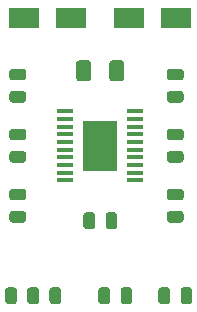
<source format=gbr>
G04 #@! TF.GenerationSoftware,KiCad,Pcbnew,(5.1.5)-3*
G04 #@! TF.CreationDate,2020-05-07T11:50:38+02:00*
G04 #@! TF.ProjectId,TPS16630_eFuse,54505331-3636-4333-905f-65467573652e,rev?*
G04 #@! TF.SameCoordinates,Original*
G04 #@! TF.FileFunction,Paste,Top*
G04 #@! TF.FilePolarity,Positive*
%FSLAX46Y46*%
G04 Gerber Fmt 4.6, Leading zero omitted, Abs format (unit mm)*
G04 Created by KiCad (PCBNEW (5.1.5)-3) date 2020-05-07 11:50:38*
%MOMM*%
%LPD*%
G04 APERTURE LIST*
%ADD10C,0.100000*%
%ADD11R,1.450000X0.450000*%
%ADD12R,3.000000X4.200000*%
%ADD13R,1.200000X1.140000*%
%ADD14R,2.500000X1.800000*%
G04 APERTURE END LIST*
D10*
G36*
X62830142Y-141541174D02*
G01*
X62853803Y-141544684D01*
X62877007Y-141550496D01*
X62899529Y-141558554D01*
X62921153Y-141568782D01*
X62941670Y-141581079D01*
X62960883Y-141595329D01*
X62978607Y-141611393D01*
X62994671Y-141629117D01*
X63008921Y-141648330D01*
X63021218Y-141668847D01*
X63031446Y-141690471D01*
X63039504Y-141712993D01*
X63045316Y-141736197D01*
X63048826Y-141759858D01*
X63050000Y-141783750D01*
X63050000Y-142696250D01*
X63048826Y-142720142D01*
X63045316Y-142743803D01*
X63039504Y-142767007D01*
X63031446Y-142789529D01*
X63021218Y-142811153D01*
X63008921Y-142831670D01*
X62994671Y-142850883D01*
X62978607Y-142868607D01*
X62960883Y-142884671D01*
X62941670Y-142898921D01*
X62921153Y-142911218D01*
X62899529Y-142921446D01*
X62877007Y-142929504D01*
X62853803Y-142935316D01*
X62830142Y-142938826D01*
X62806250Y-142940000D01*
X62318750Y-142940000D01*
X62294858Y-142938826D01*
X62271197Y-142935316D01*
X62247993Y-142929504D01*
X62225471Y-142921446D01*
X62203847Y-142911218D01*
X62183330Y-142898921D01*
X62164117Y-142884671D01*
X62146393Y-142868607D01*
X62130329Y-142850883D01*
X62116079Y-142831670D01*
X62103782Y-142811153D01*
X62093554Y-142789529D01*
X62085496Y-142767007D01*
X62079684Y-142743803D01*
X62076174Y-142720142D01*
X62075000Y-142696250D01*
X62075000Y-141783750D01*
X62076174Y-141759858D01*
X62079684Y-141736197D01*
X62085496Y-141712993D01*
X62093554Y-141690471D01*
X62103782Y-141668847D01*
X62116079Y-141648330D01*
X62130329Y-141629117D01*
X62146393Y-141611393D01*
X62164117Y-141595329D01*
X62183330Y-141581079D01*
X62203847Y-141568782D01*
X62225471Y-141558554D01*
X62247993Y-141550496D01*
X62271197Y-141544684D01*
X62294858Y-141541174D01*
X62318750Y-141540000D01*
X62806250Y-141540000D01*
X62830142Y-141541174D01*
G37*
G36*
X64705142Y-141541174D02*
G01*
X64728803Y-141544684D01*
X64752007Y-141550496D01*
X64774529Y-141558554D01*
X64796153Y-141568782D01*
X64816670Y-141581079D01*
X64835883Y-141595329D01*
X64853607Y-141611393D01*
X64869671Y-141629117D01*
X64883921Y-141648330D01*
X64896218Y-141668847D01*
X64906446Y-141690471D01*
X64914504Y-141712993D01*
X64920316Y-141736197D01*
X64923826Y-141759858D01*
X64925000Y-141783750D01*
X64925000Y-142696250D01*
X64923826Y-142720142D01*
X64920316Y-142743803D01*
X64914504Y-142767007D01*
X64906446Y-142789529D01*
X64896218Y-142811153D01*
X64883921Y-142831670D01*
X64869671Y-142850883D01*
X64853607Y-142868607D01*
X64835883Y-142884671D01*
X64816670Y-142898921D01*
X64796153Y-142911218D01*
X64774529Y-142921446D01*
X64752007Y-142929504D01*
X64728803Y-142935316D01*
X64705142Y-142938826D01*
X64681250Y-142940000D01*
X64193750Y-142940000D01*
X64169858Y-142938826D01*
X64146197Y-142935316D01*
X64122993Y-142929504D01*
X64100471Y-142921446D01*
X64078847Y-142911218D01*
X64058330Y-142898921D01*
X64039117Y-142884671D01*
X64021393Y-142868607D01*
X64005329Y-142850883D01*
X63991079Y-142831670D01*
X63978782Y-142811153D01*
X63968554Y-142789529D01*
X63960496Y-142767007D01*
X63954684Y-142743803D01*
X63951174Y-142720142D01*
X63950000Y-142696250D01*
X63950000Y-141783750D01*
X63951174Y-141759858D01*
X63954684Y-141736197D01*
X63960496Y-141712993D01*
X63968554Y-141690471D01*
X63978782Y-141668847D01*
X63991079Y-141648330D01*
X64005329Y-141629117D01*
X64021393Y-141611393D01*
X64039117Y-141595329D01*
X64058330Y-141581079D01*
X64078847Y-141568782D01*
X64100471Y-141558554D01*
X64122993Y-141550496D01*
X64146197Y-141544684D01*
X64169858Y-141541174D01*
X64193750Y-141540000D01*
X64681250Y-141540000D01*
X64705142Y-141541174D01*
G37*
G36*
X56215742Y-147891174D02*
G01*
X56239403Y-147894684D01*
X56262607Y-147900496D01*
X56285129Y-147908554D01*
X56306753Y-147918782D01*
X56327270Y-147931079D01*
X56346483Y-147945329D01*
X56364207Y-147961393D01*
X56380271Y-147979117D01*
X56394521Y-147998330D01*
X56406818Y-148018847D01*
X56417046Y-148040471D01*
X56425104Y-148062993D01*
X56430916Y-148086197D01*
X56434426Y-148109858D01*
X56435600Y-148133750D01*
X56435600Y-149046250D01*
X56434426Y-149070142D01*
X56430916Y-149093803D01*
X56425104Y-149117007D01*
X56417046Y-149139529D01*
X56406818Y-149161153D01*
X56394521Y-149181670D01*
X56380271Y-149200883D01*
X56364207Y-149218607D01*
X56346483Y-149234671D01*
X56327270Y-149248921D01*
X56306753Y-149261218D01*
X56285129Y-149271446D01*
X56262607Y-149279504D01*
X56239403Y-149285316D01*
X56215742Y-149288826D01*
X56191850Y-149290000D01*
X55704350Y-149290000D01*
X55680458Y-149288826D01*
X55656797Y-149285316D01*
X55633593Y-149279504D01*
X55611071Y-149271446D01*
X55589447Y-149261218D01*
X55568930Y-149248921D01*
X55549717Y-149234671D01*
X55531993Y-149218607D01*
X55515929Y-149200883D01*
X55501679Y-149181670D01*
X55489382Y-149161153D01*
X55479154Y-149139529D01*
X55471096Y-149117007D01*
X55465284Y-149093803D01*
X55461774Y-149070142D01*
X55460600Y-149046250D01*
X55460600Y-148133750D01*
X55461774Y-148109858D01*
X55465284Y-148086197D01*
X55471096Y-148062993D01*
X55479154Y-148040471D01*
X55489382Y-148018847D01*
X55501679Y-147998330D01*
X55515929Y-147979117D01*
X55531993Y-147961393D01*
X55549717Y-147945329D01*
X55568930Y-147931079D01*
X55589447Y-147918782D01*
X55611071Y-147908554D01*
X55633593Y-147900496D01*
X55656797Y-147894684D01*
X55680458Y-147891174D01*
X55704350Y-147890000D01*
X56191850Y-147890000D01*
X56215742Y-147891174D01*
G37*
G36*
X59957642Y-147891174D02*
G01*
X59981303Y-147894684D01*
X60004507Y-147900496D01*
X60027029Y-147908554D01*
X60048653Y-147918782D01*
X60069170Y-147931079D01*
X60088383Y-147945329D01*
X60106107Y-147961393D01*
X60122171Y-147979117D01*
X60136421Y-147998330D01*
X60148718Y-148018847D01*
X60158946Y-148040471D01*
X60167004Y-148062993D01*
X60172816Y-148086197D01*
X60176326Y-148109858D01*
X60177500Y-148133750D01*
X60177500Y-149046250D01*
X60176326Y-149070142D01*
X60172816Y-149093803D01*
X60167004Y-149117007D01*
X60158946Y-149139529D01*
X60148718Y-149161153D01*
X60136421Y-149181670D01*
X60122171Y-149200883D01*
X60106107Y-149218607D01*
X60088383Y-149234671D01*
X60069170Y-149248921D01*
X60048653Y-149261218D01*
X60027029Y-149271446D01*
X60004507Y-149279504D01*
X59981303Y-149285316D01*
X59957642Y-149288826D01*
X59933750Y-149290000D01*
X59446250Y-149290000D01*
X59422358Y-149288826D01*
X59398697Y-149285316D01*
X59375493Y-149279504D01*
X59352971Y-149271446D01*
X59331347Y-149261218D01*
X59310830Y-149248921D01*
X59291617Y-149234671D01*
X59273893Y-149218607D01*
X59257829Y-149200883D01*
X59243579Y-149181670D01*
X59231282Y-149161153D01*
X59221054Y-149139529D01*
X59212996Y-149117007D01*
X59207184Y-149093803D01*
X59203674Y-149070142D01*
X59202500Y-149046250D01*
X59202500Y-148133750D01*
X59203674Y-148109858D01*
X59207184Y-148086197D01*
X59212996Y-148062993D01*
X59221054Y-148040471D01*
X59231282Y-148018847D01*
X59243579Y-147998330D01*
X59257829Y-147979117D01*
X59273893Y-147961393D01*
X59291617Y-147945329D01*
X59310830Y-147931079D01*
X59331347Y-147918782D01*
X59352971Y-147908554D01*
X59375493Y-147900496D01*
X59398697Y-147894684D01*
X59422358Y-147891174D01*
X59446250Y-147890000D01*
X59933750Y-147890000D01*
X59957642Y-147891174D01*
G37*
G36*
X58082642Y-147891174D02*
G01*
X58106303Y-147894684D01*
X58129507Y-147900496D01*
X58152029Y-147908554D01*
X58173653Y-147918782D01*
X58194170Y-147931079D01*
X58213383Y-147945329D01*
X58231107Y-147961393D01*
X58247171Y-147979117D01*
X58261421Y-147998330D01*
X58273718Y-148018847D01*
X58283946Y-148040471D01*
X58292004Y-148062993D01*
X58297816Y-148086197D01*
X58301326Y-148109858D01*
X58302500Y-148133750D01*
X58302500Y-149046250D01*
X58301326Y-149070142D01*
X58297816Y-149093803D01*
X58292004Y-149117007D01*
X58283946Y-149139529D01*
X58273718Y-149161153D01*
X58261421Y-149181670D01*
X58247171Y-149200883D01*
X58231107Y-149218607D01*
X58213383Y-149234671D01*
X58194170Y-149248921D01*
X58173653Y-149261218D01*
X58152029Y-149271446D01*
X58129507Y-149279504D01*
X58106303Y-149285316D01*
X58082642Y-149288826D01*
X58058750Y-149290000D01*
X57571250Y-149290000D01*
X57547358Y-149288826D01*
X57523697Y-149285316D01*
X57500493Y-149279504D01*
X57477971Y-149271446D01*
X57456347Y-149261218D01*
X57435830Y-149248921D01*
X57416617Y-149234671D01*
X57398893Y-149218607D01*
X57382829Y-149200883D01*
X57368579Y-149181670D01*
X57356282Y-149161153D01*
X57346054Y-149139529D01*
X57337996Y-149117007D01*
X57332184Y-149093803D01*
X57328674Y-149070142D01*
X57327500Y-149046250D01*
X57327500Y-148133750D01*
X57328674Y-148109858D01*
X57332184Y-148086197D01*
X57337996Y-148062993D01*
X57346054Y-148040471D01*
X57356282Y-148018847D01*
X57368579Y-147998330D01*
X57382829Y-147979117D01*
X57398893Y-147961393D01*
X57416617Y-147945329D01*
X57435830Y-147931079D01*
X57456347Y-147918782D01*
X57477971Y-147908554D01*
X57500493Y-147900496D01*
X57523697Y-147894684D01*
X57547358Y-147891174D01*
X57571250Y-147890000D01*
X58058750Y-147890000D01*
X58082642Y-147891174D01*
G37*
G36*
X64100142Y-147891174D02*
G01*
X64123803Y-147894684D01*
X64147007Y-147900496D01*
X64169529Y-147908554D01*
X64191153Y-147918782D01*
X64211670Y-147931079D01*
X64230883Y-147945329D01*
X64248607Y-147961393D01*
X64264671Y-147979117D01*
X64278921Y-147998330D01*
X64291218Y-148018847D01*
X64301446Y-148040471D01*
X64309504Y-148062993D01*
X64315316Y-148086197D01*
X64318826Y-148109858D01*
X64320000Y-148133750D01*
X64320000Y-149046250D01*
X64318826Y-149070142D01*
X64315316Y-149093803D01*
X64309504Y-149117007D01*
X64301446Y-149139529D01*
X64291218Y-149161153D01*
X64278921Y-149181670D01*
X64264671Y-149200883D01*
X64248607Y-149218607D01*
X64230883Y-149234671D01*
X64211670Y-149248921D01*
X64191153Y-149261218D01*
X64169529Y-149271446D01*
X64147007Y-149279504D01*
X64123803Y-149285316D01*
X64100142Y-149288826D01*
X64076250Y-149290000D01*
X63588750Y-149290000D01*
X63564858Y-149288826D01*
X63541197Y-149285316D01*
X63517993Y-149279504D01*
X63495471Y-149271446D01*
X63473847Y-149261218D01*
X63453330Y-149248921D01*
X63434117Y-149234671D01*
X63416393Y-149218607D01*
X63400329Y-149200883D01*
X63386079Y-149181670D01*
X63373782Y-149161153D01*
X63363554Y-149139529D01*
X63355496Y-149117007D01*
X63349684Y-149093803D01*
X63346174Y-149070142D01*
X63345000Y-149046250D01*
X63345000Y-148133750D01*
X63346174Y-148109858D01*
X63349684Y-148086197D01*
X63355496Y-148062993D01*
X63363554Y-148040471D01*
X63373782Y-148018847D01*
X63386079Y-147998330D01*
X63400329Y-147979117D01*
X63416393Y-147961393D01*
X63434117Y-147945329D01*
X63453330Y-147931079D01*
X63473847Y-147918782D01*
X63495471Y-147908554D01*
X63517993Y-147900496D01*
X63541197Y-147894684D01*
X63564858Y-147891174D01*
X63588750Y-147890000D01*
X64076250Y-147890000D01*
X64100142Y-147891174D01*
G37*
G36*
X65975142Y-147891174D02*
G01*
X65998803Y-147894684D01*
X66022007Y-147900496D01*
X66044529Y-147908554D01*
X66066153Y-147918782D01*
X66086670Y-147931079D01*
X66105883Y-147945329D01*
X66123607Y-147961393D01*
X66139671Y-147979117D01*
X66153921Y-147998330D01*
X66166218Y-148018847D01*
X66176446Y-148040471D01*
X66184504Y-148062993D01*
X66190316Y-148086197D01*
X66193826Y-148109858D01*
X66195000Y-148133750D01*
X66195000Y-149046250D01*
X66193826Y-149070142D01*
X66190316Y-149093803D01*
X66184504Y-149117007D01*
X66176446Y-149139529D01*
X66166218Y-149161153D01*
X66153921Y-149181670D01*
X66139671Y-149200883D01*
X66123607Y-149218607D01*
X66105883Y-149234671D01*
X66086670Y-149248921D01*
X66066153Y-149261218D01*
X66044529Y-149271446D01*
X66022007Y-149279504D01*
X65998803Y-149285316D01*
X65975142Y-149288826D01*
X65951250Y-149290000D01*
X65463750Y-149290000D01*
X65439858Y-149288826D01*
X65416197Y-149285316D01*
X65392993Y-149279504D01*
X65370471Y-149271446D01*
X65348847Y-149261218D01*
X65328330Y-149248921D01*
X65309117Y-149234671D01*
X65291393Y-149218607D01*
X65275329Y-149200883D01*
X65261079Y-149181670D01*
X65248782Y-149161153D01*
X65238554Y-149139529D01*
X65230496Y-149117007D01*
X65224684Y-149093803D01*
X65221174Y-149070142D01*
X65220000Y-149046250D01*
X65220000Y-148133750D01*
X65221174Y-148109858D01*
X65224684Y-148086197D01*
X65230496Y-148062993D01*
X65238554Y-148040471D01*
X65248782Y-148018847D01*
X65261079Y-147998330D01*
X65275329Y-147979117D01*
X65291393Y-147961393D01*
X65309117Y-147945329D01*
X65328330Y-147931079D01*
X65348847Y-147918782D01*
X65370471Y-147908554D01*
X65392993Y-147900496D01*
X65416197Y-147894684D01*
X65439858Y-147891174D01*
X65463750Y-147890000D01*
X65951250Y-147890000D01*
X65975142Y-147891174D01*
G37*
G36*
X56995142Y-131261174D02*
G01*
X57018803Y-131264684D01*
X57042007Y-131270496D01*
X57064529Y-131278554D01*
X57086153Y-131288782D01*
X57106670Y-131301079D01*
X57125883Y-131315329D01*
X57143607Y-131331393D01*
X57159671Y-131349117D01*
X57173921Y-131368330D01*
X57186218Y-131388847D01*
X57196446Y-131410471D01*
X57204504Y-131432993D01*
X57210316Y-131456197D01*
X57213826Y-131479858D01*
X57215000Y-131503750D01*
X57215000Y-131991250D01*
X57213826Y-132015142D01*
X57210316Y-132038803D01*
X57204504Y-132062007D01*
X57196446Y-132084529D01*
X57186218Y-132106153D01*
X57173921Y-132126670D01*
X57159671Y-132145883D01*
X57143607Y-132163607D01*
X57125883Y-132179671D01*
X57106670Y-132193921D01*
X57086153Y-132206218D01*
X57064529Y-132216446D01*
X57042007Y-132224504D01*
X57018803Y-132230316D01*
X56995142Y-132233826D01*
X56971250Y-132235000D01*
X56058750Y-132235000D01*
X56034858Y-132233826D01*
X56011197Y-132230316D01*
X55987993Y-132224504D01*
X55965471Y-132216446D01*
X55943847Y-132206218D01*
X55923330Y-132193921D01*
X55904117Y-132179671D01*
X55886393Y-132163607D01*
X55870329Y-132145883D01*
X55856079Y-132126670D01*
X55843782Y-132106153D01*
X55833554Y-132084529D01*
X55825496Y-132062007D01*
X55819684Y-132038803D01*
X55816174Y-132015142D01*
X55815000Y-131991250D01*
X55815000Y-131503750D01*
X55816174Y-131479858D01*
X55819684Y-131456197D01*
X55825496Y-131432993D01*
X55833554Y-131410471D01*
X55843782Y-131388847D01*
X55856079Y-131368330D01*
X55870329Y-131349117D01*
X55886393Y-131331393D01*
X55904117Y-131315329D01*
X55923330Y-131301079D01*
X55943847Y-131288782D01*
X55965471Y-131278554D01*
X55987993Y-131270496D01*
X56011197Y-131264684D01*
X56034858Y-131261174D01*
X56058750Y-131260000D01*
X56971250Y-131260000D01*
X56995142Y-131261174D01*
G37*
G36*
X56995142Y-129386174D02*
G01*
X57018803Y-129389684D01*
X57042007Y-129395496D01*
X57064529Y-129403554D01*
X57086153Y-129413782D01*
X57106670Y-129426079D01*
X57125883Y-129440329D01*
X57143607Y-129456393D01*
X57159671Y-129474117D01*
X57173921Y-129493330D01*
X57186218Y-129513847D01*
X57196446Y-129535471D01*
X57204504Y-129557993D01*
X57210316Y-129581197D01*
X57213826Y-129604858D01*
X57215000Y-129628750D01*
X57215000Y-130116250D01*
X57213826Y-130140142D01*
X57210316Y-130163803D01*
X57204504Y-130187007D01*
X57196446Y-130209529D01*
X57186218Y-130231153D01*
X57173921Y-130251670D01*
X57159671Y-130270883D01*
X57143607Y-130288607D01*
X57125883Y-130304671D01*
X57106670Y-130318921D01*
X57086153Y-130331218D01*
X57064529Y-130341446D01*
X57042007Y-130349504D01*
X57018803Y-130355316D01*
X56995142Y-130358826D01*
X56971250Y-130360000D01*
X56058750Y-130360000D01*
X56034858Y-130358826D01*
X56011197Y-130355316D01*
X55987993Y-130349504D01*
X55965471Y-130341446D01*
X55943847Y-130331218D01*
X55923330Y-130318921D01*
X55904117Y-130304671D01*
X55886393Y-130288607D01*
X55870329Y-130270883D01*
X55856079Y-130251670D01*
X55843782Y-130231153D01*
X55833554Y-130209529D01*
X55825496Y-130187007D01*
X55819684Y-130163803D01*
X55816174Y-130140142D01*
X55815000Y-130116250D01*
X55815000Y-129628750D01*
X55816174Y-129604858D01*
X55819684Y-129581197D01*
X55825496Y-129557993D01*
X55833554Y-129535471D01*
X55843782Y-129513847D01*
X55856079Y-129493330D01*
X55870329Y-129474117D01*
X55886393Y-129456393D01*
X55904117Y-129440329D01*
X55923330Y-129426079D01*
X55943847Y-129413782D01*
X55965471Y-129403554D01*
X55987993Y-129395496D01*
X56011197Y-129389684D01*
X56034858Y-129386174D01*
X56058750Y-129385000D01*
X56971250Y-129385000D01*
X56995142Y-129386174D01*
G37*
G36*
X56995142Y-136341174D02*
G01*
X57018803Y-136344684D01*
X57042007Y-136350496D01*
X57064529Y-136358554D01*
X57086153Y-136368782D01*
X57106670Y-136381079D01*
X57125883Y-136395329D01*
X57143607Y-136411393D01*
X57159671Y-136429117D01*
X57173921Y-136448330D01*
X57186218Y-136468847D01*
X57196446Y-136490471D01*
X57204504Y-136512993D01*
X57210316Y-136536197D01*
X57213826Y-136559858D01*
X57215000Y-136583750D01*
X57215000Y-137071250D01*
X57213826Y-137095142D01*
X57210316Y-137118803D01*
X57204504Y-137142007D01*
X57196446Y-137164529D01*
X57186218Y-137186153D01*
X57173921Y-137206670D01*
X57159671Y-137225883D01*
X57143607Y-137243607D01*
X57125883Y-137259671D01*
X57106670Y-137273921D01*
X57086153Y-137286218D01*
X57064529Y-137296446D01*
X57042007Y-137304504D01*
X57018803Y-137310316D01*
X56995142Y-137313826D01*
X56971250Y-137315000D01*
X56058750Y-137315000D01*
X56034858Y-137313826D01*
X56011197Y-137310316D01*
X55987993Y-137304504D01*
X55965471Y-137296446D01*
X55943847Y-137286218D01*
X55923330Y-137273921D01*
X55904117Y-137259671D01*
X55886393Y-137243607D01*
X55870329Y-137225883D01*
X55856079Y-137206670D01*
X55843782Y-137186153D01*
X55833554Y-137164529D01*
X55825496Y-137142007D01*
X55819684Y-137118803D01*
X55816174Y-137095142D01*
X55815000Y-137071250D01*
X55815000Y-136583750D01*
X55816174Y-136559858D01*
X55819684Y-136536197D01*
X55825496Y-136512993D01*
X55833554Y-136490471D01*
X55843782Y-136468847D01*
X55856079Y-136448330D01*
X55870329Y-136429117D01*
X55886393Y-136411393D01*
X55904117Y-136395329D01*
X55923330Y-136381079D01*
X55943847Y-136368782D01*
X55965471Y-136358554D01*
X55987993Y-136350496D01*
X56011197Y-136344684D01*
X56034858Y-136341174D01*
X56058750Y-136340000D01*
X56971250Y-136340000D01*
X56995142Y-136341174D01*
G37*
G36*
X56995142Y-134466174D02*
G01*
X57018803Y-134469684D01*
X57042007Y-134475496D01*
X57064529Y-134483554D01*
X57086153Y-134493782D01*
X57106670Y-134506079D01*
X57125883Y-134520329D01*
X57143607Y-134536393D01*
X57159671Y-134554117D01*
X57173921Y-134573330D01*
X57186218Y-134593847D01*
X57196446Y-134615471D01*
X57204504Y-134637993D01*
X57210316Y-134661197D01*
X57213826Y-134684858D01*
X57215000Y-134708750D01*
X57215000Y-135196250D01*
X57213826Y-135220142D01*
X57210316Y-135243803D01*
X57204504Y-135267007D01*
X57196446Y-135289529D01*
X57186218Y-135311153D01*
X57173921Y-135331670D01*
X57159671Y-135350883D01*
X57143607Y-135368607D01*
X57125883Y-135384671D01*
X57106670Y-135398921D01*
X57086153Y-135411218D01*
X57064529Y-135421446D01*
X57042007Y-135429504D01*
X57018803Y-135435316D01*
X56995142Y-135438826D01*
X56971250Y-135440000D01*
X56058750Y-135440000D01*
X56034858Y-135438826D01*
X56011197Y-135435316D01*
X55987993Y-135429504D01*
X55965471Y-135421446D01*
X55943847Y-135411218D01*
X55923330Y-135398921D01*
X55904117Y-135384671D01*
X55886393Y-135368607D01*
X55870329Y-135350883D01*
X55856079Y-135331670D01*
X55843782Y-135311153D01*
X55833554Y-135289529D01*
X55825496Y-135267007D01*
X55819684Y-135243803D01*
X55816174Y-135220142D01*
X55815000Y-135196250D01*
X55815000Y-134708750D01*
X55816174Y-134684858D01*
X55819684Y-134661197D01*
X55825496Y-134637993D01*
X55833554Y-134615471D01*
X55843782Y-134593847D01*
X55856079Y-134573330D01*
X55870329Y-134554117D01*
X55886393Y-134536393D01*
X55904117Y-134520329D01*
X55923330Y-134506079D01*
X55943847Y-134493782D01*
X55965471Y-134483554D01*
X55987993Y-134475496D01*
X56011197Y-134469684D01*
X56034858Y-134466174D01*
X56058750Y-134465000D01*
X56971250Y-134465000D01*
X56995142Y-134466174D01*
G37*
G36*
X56995142Y-139546174D02*
G01*
X57018803Y-139549684D01*
X57042007Y-139555496D01*
X57064529Y-139563554D01*
X57086153Y-139573782D01*
X57106670Y-139586079D01*
X57125883Y-139600329D01*
X57143607Y-139616393D01*
X57159671Y-139634117D01*
X57173921Y-139653330D01*
X57186218Y-139673847D01*
X57196446Y-139695471D01*
X57204504Y-139717993D01*
X57210316Y-139741197D01*
X57213826Y-139764858D01*
X57215000Y-139788750D01*
X57215000Y-140276250D01*
X57213826Y-140300142D01*
X57210316Y-140323803D01*
X57204504Y-140347007D01*
X57196446Y-140369529D01*
X57186218Y-140391153D01*
X57173921Y-140411670D01*
X57159671Y-140430883D01*
X57143607Y-140448607D01*
X57125883Y-140464671D01*
X57106670Y-140478921D01*
X57086153Y-140491218D01*
X57064529Y-140501446D01*
X57042007Y-140509504D01*
X57018803Y-140515316D01*
X56995142Y-140518826D01*
X56971250Y-140520000D01*
X56058750Y-140520000D01*
X56034858Y-140518826D01*
X56011197Y-140515316D01*
X55987993Y-140509504D01*
X55965471Y-140501446D01*
X55943847Y-140491218D01*
X55923330Y-140478921D01*
X55904117Y-140464671D01*
X55886393Y-140448607D01*
X55870329Y-140430883D01*
X55856079Y-140411670D01*
X55843782Y-140391153D01*
X55833554Y-140369529D01*
X55825496Y-140347007D01*
X55819684Y-140323803D01*
X55816174Y-140300142D01*
X55815000Y-140276250D01*
X55815000Y-139788750D01*
X55816174Y-139764858D01*
X55819684Y-139741197D01*
X55825496Y-139717993D01*
X55833554Y-139695471D01*
X55843782Y-139673847D01*
X55856079Y-139653330D01*
X55870329Y-139634117D01*
X55886393Y-139616393D01*
X55904117Y-139600329D01*
X55923330Y-139586079D01*
X55943847Y-139573782D01*
X55965471Y-139563554D01*
X55987993Y-139555496D01*
X56011197Y-139549684D01*
X56034858Y-139546174D01*
X56058750Y-139545000D01*
X56971250Y-139545000D01*
X56995142Y-139546174D01*
G37*
G36*
X56995142Y-141421174D02*
G01*
X57018803Y-141424684D01*
X57042007Y-141430496D01*
X57064529Y-141438554D01*
X57086153Y-141448782D01*
X57106670Y-141461079D01*
X57125883Y-141475329D01*
X57143607Y-141491393D01*
X57159671Y-141509117D01*
X57173921Y-141528330D01*
X57186218Y-141548847D01*
X57196446Y-141570471D01*
X57204504Y-141592993D01*
X57210316Y-141616197D01*
X57213826Y-141639858D01*
X57215000Y-141663750D01*
X57215000Y-142151250D01*
X57213826Y-142175142D01*
X57210316Y-142198803D01*
X57204504Y-142222007D01*
X57196446Y-142244529D01*
X57186218Y-142266153D01*
X57173921Y-142286670D01*
X57159671Y-142305883D01*
X57143607Y-142323607D01*
X57125883Y-142339671D01*
X57106670Y-142353921D01*
X57086153Y-142366218D01*
X57064529Y-142376446D01*
X57042007Y-142384504D01*
X57018803Y-142390316D01*
X56995142Y-142393826D01*
X56971250Y-142395000D01*
X56058750Y-142395000D01*
X56034858Y-142393826D01*
X56011197Y-142390316D01*
X55987993Y-142384504D01*
X55965471Y-142376446D01*
X55943847Y-142366218D01*
X55923330Y-142353921D01*
X55904117Y-142339671D01*
X55886393Y-142323607D01*
X55870329Y-142305883D01*
X55856079Y-142286670D01*
X55843782Y-142266153D01*
X55833554Y-142244529D01*
X55825496Y-142222007D01*
X55819684Y-142198803D01*
X55816174Y-142175142D01*
X55815000Y-142151250D01*
X55815000Y-141663750D01*
X55816174Y-141639858D01*
X55819684Y-141616197D01*
X55825496Y-141592993D01*
X55833554Y-141570471D01*
X55843782Y-141548847D01*
X55856079Y-141528330D01*
X55870329Y-141509117D01*
X55886393Y-141491393D01*
X55904117Y-141475329D01*
X55923330Y-141461079D01*
X55943847Y-141448782D01*
X55965471Y-141438554D01*
X55987993Y-141430496D01*
X56011197Y-141424684D01*
X56034858Y-141421174D01*
X56058750Y-141420000D01*
X56971250Y-141420000D01*
X56995142Y-141421174D01*
G37*
G36*
X70330142Y-141421174D02*
G01*
X70353803Y-141424684D01*
X70377007Y-141430496D01*
X70399529Y-141438554D01*
X70421153Y-141448782D01*
X70441670Y-141461079D01*
X70460883Y-141475329D01*
X70478607Y-141491393D01*
X70494671Y-141509117D01*
X70508921Y-141528330D01*
X70521218Y-141548847D01*
X70531446Y-141570471D01*
X70539504Y-141592993D01*
X70545316Y-141616197D01*
X70548826Y-141639858D01*
X70550000Y-141663750D01*
X70550000Y-142151250D01*
X70548826Y-142175142D01*
X70545316Y-142198803D01*
X70539504Y-142222007D01*
X70531446Y-142244529D01*
X70521218Y-142266153D01*
X70508921Y-142286670D01*
X70494671Y-142305883D01*
X70478607Y-142323607D01*
X70460883Y-142339671D01*
X70441670Y-142353921D01*
X70421153Y-142366218D01*
X70399529Y-142376446D01*
X70377007Y-142384504D01*
X70353803Y-142390316D01*
X70330142Y-142393826D01*
X70306250Y-142395000D01*
X69393750Y-142395000D01*
X69369858Y-142393826D01*
X69346197Y-142390316D01*
X69322993Y-142384504D01*
X69300471Y-142376446D01*
X69278847Y-142366218D01*
X69258330Y-142353921D01*
X69239117Y-142339671D01*
X69221393Y-142323607D01*
X69205329Y-142305883D01*
X69191079Y-142286670D01*
X69178782Y-142266153D01*
X69168554Y-142244529D01*
X69160496Y-142222007D01*
X69154684Y-142198803D01*
X69151174Y-142175142D01*
X69150000Y-142151250D01*
X69150000Y-141663750D01*
X69151174Y-141639858D01*
X69154684Y-141616197D01*
X69160496Y-141592993D01*
X69168554Y-141570471D01*
X69178782Y-141548847D01*
X69191079Y-141528330D01*
X69205329Y-141509117D01*
X69221393Y-141491393D01*
X69239117Y-141475329D01*
X69258330Y-141461079D01*
X69278847Y-141448782D01*
X69300471Y-141438554D01*
X69322993Y-141430496D01*
X69346197Y-141424684D01*
X69369858Y-141421174D01*
X69393750Y-141420000D01*
X70306250Y-141420000D01*
X70330142Y-141421174D01*
G37*
G36*
X70330142Y-139546174D02*
G01*
X70353803Y-139549684D01*
X70377007Y-139555496D01*
X70399529Y-139563554D01*
X70421153Y-139573782D01*
X70441670Y-139586079D01*
X70460883Y-139600329D01*
X70478607Y-139616393D01*
X70494671Y-139634117D01*
X70508921Y-139653330D01*
X70521218Y-139673847D01*
X70531446Y-139695471D01*
X70539504Y-139717993D01*
X70545316Y-139741197D01*
X70548826Y-139764858D01*
X70550000Y-139788750D01*
X70550000Y-140276250D01*
X70548826Y-140300142D01*
X70545316Y-140323803D01*
X70539504Y-140347007D01*
X70531446Y-140369529D01*
X70521218Y-140391153D01*
X70508921Y-140411670D01*
X70494671Y-140430883D01*
X70478607Y-140448607D01*
X70460883Y-140464671D01*
X70441670Y-140478921D01*
X70421153Y-140491218D01*
X70399529Y-140501446D01*
X70377007Y-140509504D01*
X70353803Y-140515316D01*
X70330142Y-140518826D01*
X70306250Y-140520000D01*
X69393750Y-140520000D01*
X69369858Y-140518826D01*
X69346197Y-140515316D01*
X69322993Y-140509504D01*
X69300471Y-140501446D01*
X69278847Y-140491218D01*
X69258330Y-140478921D01*
X69239117Y-140464671D01*
X69221393Y-140448607D01*
X69205329Y-140430883D01*
X69191079Y-140411670D01*
X69178782Y-140391153D01*
X69168554Y-140369529D01*
X69160496Y-140347007D01*
X69154684Y-140323803D01*
X69151174Y-140300142D01*
X69150000Y-140276250D01*
X69150000Y-139788750D01*
X69151174Y-139764858D01*
X69154684Y-139741197D01*
X69160496Y-139717993D01*
X69168554Y-139695471D01*
X69178782Y-139673847D01*
X69191079Y-139653330D01*
X69205329Y-139634117D01*
X69221393Y-139616393D01*
X69239117Y-139600329D01*
X69258330Y-139586079D01*
X69278847Y-139573782D01*
X69300471Y-139563554D01*
X69322993Y-139555496D01*
X69346197Y-139549684D01*
X69369858Y-139546174D01*
X69393750Y-139545000D01*
X70306250Y-139545000D01*
X70330142Y-139546174D01*
G37*
G36*
X70330142Y-129386174D02*
G01*
X70353803Y-129389684D01*
X70377007Y-129395496D01*
X70399529Y-129403554D01*
X70421153Y-129413782D01*
X70441670Y-129426079D01*
X70460883Y-129440329D01*
X70478607Y-129456393D01*
X70494671Y-129474117D01*
X70508921Y-129493330D01*
X70521218Y-129513847D01*
X70531446Y-129535471D01*
X70539504Y-129557993D01*
X70545316Y-129581197D01*
X70548826Y-129604858D01*
X70550000Y-129628750D01*
X70550000Y-130116250D01*
X70548826Y-130140142D01*
X70545316Y-130163803D01*
X70539504Y-130187007D01*
X70531446Y-130209529D01*
X70521218Y-130231153D01*
X70508921Y-130251670D01*
X70494671Y-130270883D01*
X70478607Y-130288607D01*
X70460883Y-130304671D01*
X70441670Y-130318921D01*
X70421153Y-130331218D01*
X70399529Y-130341446D01*
X70377007Y-130349504D01*
X70353803Y-130355316D01*
X70330142Y-130358826D01*
X70306250Y-130360000D01*
X69393750Y-130360000D01*
X69369858Y-130358826D01*
X69346197Y-130355316D01*
X69322993Y-130349504D01*
X69300471Y-130341446D01*
X69278847Y-130331218D01*
X69258330Y-130318921D01*
X69239117Y-130304671D01*
X69221393Y-130288607D01*
X69205329Y-130270883D01*
X69191079Y-130251670D01*
X69178782Y-130231153D01*
X69168554Y-130209529D01*
X69160496Y-130187007D01*
X69154684Y-130163803D01*
X69151174Y-130140142D01*
X69150000Y-130116250D01*
X69150000Y-129628750D01*
X69151174Y-129604858D01*
X69154684Y-129581197D01*
X69160496Y-129557993D01*
X69168554Y-129535471D01*
X69178782Y-129513847D01*
X69191079Y-129493330D01*
X69205329Y-129474117D01*
X69221393Y-129456393D01*
X69239117Y-129440329D01*
X69258330Y-129426079D01*
X69278847Y-129413782D01*
X69300471Y-129403554D01*
X69322993Y-129395496D01*
X69346197Y-129389684D01*
X69369858Y-129386174D01*
X69393750Y-129385000D01*
X70306250Y-129385000D01*
X70330142Y-129386174D01*
G37*
G36*
X70330142Y-131261174D02*
G01*
X70353803Y-131264684D01*
X70377007Y-131270496D01*
X70399529Y-131278554D01*
X70421153Y-131288782D01*
X70441670Y-131301079D01*
X70460883Y-131315329D01*
X70478607Y-131331393D01*
X70494671Y-131349117D01*
X70508921Y-131368330D01*
X70521218Y-131388847D01*
X70531446Y-131410471D01*
X70539504Y-131432993D01*
X70545316Y-131456197D01*
X70548826Y-131479858D01*
X70550000Y-131503750D01*
X70550000Y-131991250D01*
X70548826Y-132015142D01*
X70545316Y-132038803D01*
X70539504Y-132062007D01*
X70531446Y-132084529D01*
X70521218Y-132106153D01*
X70508921Y-132126670D01*
X70494671Y-132145883D01*
X70478607Y-132163607D01*
X70460883Y-132179671D01*
X70441670Y-132193921D01*
X70421153Y-132206218D01*
X70399529Y-132216446D01*
X70377007Y-132224504D01*
X70353803Y-132230316D01*
X70330142Y-132233826D01*
X70306250Y-132235000D01*
X69393750Y-132235000D01*
X69369858Y-132233826D01*
X69346197Y-132230316D01*
X69322993Y-132224504D01*
X69300471Y-132216446D01*
X69278847Y-132206218D01*
X69258330Y-132193921D01*
X69239117Y-132179671D01*
X69221393Y-132163607D01*
X69205329Y-132145883D01*
X69191079Y-132126670D01*
X69178782Y-132106153D01*
X69168554Y-132084529D01*
X69160496Y-132062007D01*
X69154684Y-132038803D01*
X69151174Y-132015142D01*
X69150000Y-131991250D01*
X69150000Y-131503750D01*
X69151174Y-131479858D01*
X69154684Y-131456197D01*
X69160496Y-131432993D01*
X69168554Y-131410471D01*
X69178782Y-131388847D01*
X69191079Y-131368330D01*
X69205329Y-131349117D01*
X69221393Y-131331393D01*
X69239117Y-131315329D01*
X69258330Y-131301079D01*
X69278847Y-131288782D01*
X69300471Y-131278554D01*
X69322993Y-131270496D01*
X69346197Y-131264684D01*
X69369858Y-131261174D01*
X69393750Y-131260000D01*
X70306250Y-131260000D01*
X70330142Y-131261174D01*
G37*
G36*
X70330142Y-136341174D02*
G01*
X70353803Y-136344684D01*
X70377007Y-136350496D01*
X70399529Y-136358554D01*
X70421153Y-136368782D01*
X70441670Y-136381079D01*
X70460883Y-136395329D01*
X70478607Y-136411393D01*
X70494671Y-136429117D01*
X70508921Y-136448330D01*
X70521218Y-136468847D01*
X70531446Y-136490471D01*
X70539504Y-136512993D01*
X70545316Y-136536197D01*
X70548826Y-136559858D01*
X70550000Y-136583750D01*
X70550000Y-137071250D01*
X70548826Y-137095142D01*
X70545316Y-137118803D01*
X70539504Y-137142007D01*
X70531446Y-137164529D01*
X70521218Y-137186153D01*
X70508921Y-137206670D01*
X70494671Y-137225883D01*
X70478607Y-137243607D01*
X70460883Y-137259671D01*
X70441670Y-137273921D01*
X70421153Y-137286218D01*
X70399529Y-137296446D01*
X70377007Y-137304504D01*
X70353803Y-137310316D01*
X70330142Y-137313826D01*
X70306250Y-137315000D01*
X69393750Y-137315000D01*
X69369858Y-137313826D01*
X69346197Y-137310316D01*
X69322993Y-137304504D01*
X69300471Y-137296446D01*
X69278847Y-137286218D01*
X69258330Y-137273921D01*
X69239117Y-137259671D01*
X69221393Y-137243607D01*
X69205329Y-137225883D01*
X69191079Y-137206670D01*
X69178782Y-137186153D01*
X69168554Y-137164529D01*
X69160496Y-137142007D01*
X69154684Y-137118803D01*
X69151174Y-137095142D01*
X69150000Y-137071250D01*
X69150000Y-136583750D01*
X69151174Y-136559858D01*
X69154684Y-136536197D01*
X69160496Y-136512993D01*
X69168554Y-136490471D01*
X69178782Y-136468847D01*
X69191079Y-136448330D01*
X69205329Y-136429117D01*
X69221393Y-136411393D01*
X69239117Y-136395329D01*
X69258330Y-136381079D01*
X69278847Y-136368782D01*
X69300471Y-136358554D01*
X69322993Y-136350496D01*
X69346197Y-136344684D01*
X69369858Y-136341174D01*
X69393750Y-136340000D01*
X70306250Y-136340000D01*
X70330142Y-136341174D01*
G37*
G36*
X70330142Y-134466174D02*
G01*
X70353803Y-134469684D01*
X70377007Y-134475496D01*
X70399529Y-134483554D01*
X70421153Y-134493782D01*
X70441670Y-134506079D01*
X70460883Y-134520329D01*
X70478607Y-134536393D01*
X70494671Y-134554117D01*
X70508921Y-134573330D01*
X70521218Y-134593847D01*
X70531446Y-134615471D01*
X70539504Y-134637993D01*
X70545316Y-134661197D01*
X70548826Y-134684858D01*
X70550000Y-134708750D01*
X70550000Y-135196250D01*
X70548826Y-135220142D01*
X70545316Y-135243803D01*
X70539504Y-135267007D01*
X70531446Y-135289529D01*
X70521218Y-135311153D01*
X70508921Y-135331670D01*
X70494671Y-135350883D01*
X70478607Y-135368607D01*
X70460883Y-135384671D01*
X70441670Y-135398921D01*
X70421153Y-135411218D01*
X70399529Y-135421446D01*
X70377007Y-135429504D01*
X70353803Y-135435316D01*
X70330142Y-135438826D01*
X70306250Y-135440000D01*
X69393750Y-135440000D01*
X69369858Y-135438826D01*
X69346197Y-135435316D01*
X69322993Y-135429504D01*
X69300471Y-135421446D01*
X69278847Y-135411218D01*
X69258330Y-135398921D01*
X69239117Y-135384671D01*
X69221393Y-135368607D01*
X69205329Y-135350883D01*
X69191079Y-135331670D01*
X69178782Y-135311153D01*
X69168554Y-135289529D01*
X69160496Y-135267007D01*
X69154684Y-135243803D01*
X69151174Y-135220142D01*
X69150000Y-135196250D01*
X69150000Y-134708750D01*
X69151174Y-134684858D01*
X69154684Y-134661197D01*
X69160496Y-134637993D01*
X69168554Y-134615471D01*
X69178782Y-134593847D01*
X69191079Y-134573330D01*
X69205329Y-134554117D01*
X69221393Y-134536393D01*
X69239117Y-134520329D01*
X69258330Y-134506079D01*
X69278847Y-134493782D01*
X69300471Y-134483554D01*
X69322993Y-134475496D01*
X69346197Y-134469684D01*
X69369858Y-134466174D01*
X69393750Y-134465000D01*
X70306250Y-134465000D01*
X70330142Y-134466174D01*
G37*
D11*
X60550000Y-132965000D03*
X60550000Y-133615000D03*
X60550000Y-134265000D03*
X60550000Y-134915000D03*
X60550000Y-135565000D03*
X60550000Y-136215000D03*
X60550000Y-136865000D03*
X60550000Y-137515000D03*
X60550000Y-138165000D03*
X60550000Y-138815000D03*
X66450000Y-138815000D03*
X66450000Y-138165000D03*
X66450000Y-137515000D03*
X66450000Y-136865000D03*
X66450000Y-136215000D03*
X66450000Y-135565000D03*
X66450000Y-134915000D03*
X66450000Y-134265000D03*
X66450000Y-133615000D03*
X66450000Y-132965000D03*
D12*
X63500000Y-135890000D03*
D13*
X64250000Y-134490000D03*
X62750000Y-134490000D03*
X62750000Y-135890000D03*
X64250000Y-135890000D03*
X62750000Y-137290000D03*
X64250000Y-137290000D03*
D10*
G36*
X71055142Y-147891174D02*
G01*
X71078803Y-147894684D01*
X71102007Y-147900496D01*
X71124529Y-147908554D01*
X71146153Y-147918782D01*
X71166670Y-147931079D01*
X71185883Y-147945329D01*
X71203607Y-147961393D01*
X71219671Y-147979117D01*
X71233921Y-147998330D01*
X71246218Y-148018847D01*
X71256446Y-148040471D01*
X71264504Y-148062993D01*
X71270316Y-148086197D01*
X71273826Y-148109858D01*
X71275000Y-148133750D01*
X71275000Y-149046250D01*
X71273826Y-149070142D01*
X71270316Y-149093803D01*
X71264504Y-149117007D01*
X71256446Y-149139529D01*
X71246218Y-149161153D01*
X71233921Y-149181670D01*
X71219671Y-149200883D01*
X71203607Y-149218607D01*
X71185883Y-149234671D01*
X71166670Y-149248921D01*
X71146153Y-149261218D01*
X71124529Y-149271446D01*
X71102007Y-149279504D01*
X71078803Y-149285316D01*
X71055142Y-149288826D01*
X71031250Y-149290000D01*
X70543750Y-149290000D01*
X70519858Y-149288826D01*
X70496197Y-149285316D01*
X70472993Y-149279504D01*
X70450471Y-149271446D01*
X70428847Y-149261218D01*
X70408330Y-149248921D01*
X70389117Y-149234671D01*
X70371393Y-149218607D01*
X70355329Y-149200883D01*
X70341079Y-149181670D01*
X70328782Y-149161153D01*
X70318554Y-149139529D01*
X70310496Y-149117007D01*
X70304684Y-149093803D01*
X70301174Y-149070142D01*
X70300000Y-149046250D01*
X70300000Y-148133750D01*
X70301174Y-148109858D01*
X70304684Y-148086197D01*
X70310496Y-148062993D01*
X70318554Y-148040471D01*
X70328782Y-148018847D01*
X70341079Y-147998330D01*
X70355329Y-147979117D01*
X70371393Y-147961393D01*
X70389117Y-147945329D01*
X70408330Y-147931079D01*
X70428847Y-147918782D01*
X70450471Y-147908554D01*
X70472993Y-147900496D01*
X70496197Y-147894684D01*
X70519858Y-147891174D01*
X70543750Y-147890000D01*
X71031250Y-147890000D01*
X71055142Y-147891174D01*
G37*
G36*
X69180142Y-147891174D02*
G01*
X69203803Y-147894684D01*
X69227007Y-147900496D01*
X69249529Y-147908554D01*
X69271153Y-147918782D01*
X69291670Y-147931079D01*
X69310883Y-147945329D01*
X69328607Y-147961393D01*
X69344671Y-147979117D01*
X69358921Y-147998330D01*
X69371218Y-148018847D01*
X69381446Y-148040471D01*
X69389504Y-148062993D01*
X69395316Y-148086197D01*
X69398826Y-148109858D01*
X69400000Y-148133750D01*
X69400000Y-149046250D01*
X69398826Y-149070142D01*
X69395316Y-149093803D01*
X69389504Y-149117007D01*
X69381446Y-149139529D01*
X69371218Y-149161153D01*
X69358921Y-149181670D01*
X69344671Y-149200883D01*
X69328607Y-149218607D01*
X69310883Y-149234671D01*
X69291670Y-149248921D01*
X69271153Y-149261218D01*
X69249529Y-149271446D01*
X69227007Y-149279504D01*
X69203803Y-149285316D01*
X69180142Y-149288826D01*
X69156250Y-149290000D01*
X68668750Y-149290000D01*
X68644858Y-149288826D01*
X68621197Y-149285316D01*
X68597993Y-149279504D01*
X68575471Y-149271446D01*
X68553847Y-149261218D01*
X68533330Y-149248921D01*
X68514117Y-149234671D01*
X68496393Y-149218607D01*
X68480329Y-149200883D01*
X68466079Y-149181670D01*
X68453782Y-149161153D01*
X68443554Y-149139529D01*
X68435496Y-149117007D01*
X68429684Y-149093803D01*
X68426174Y-149070142D01*
X68425000Y-149046250D01*
X68425000Y-148133750D01*
X68426174Y-148109858D01*
X68429684Y-148086197D01*
X68435496Y-148062993D01*
X68443554Y-148040471D01*
X68453782Y-148018847D01*
X68466079Y-147998330D01*
X68480329Y-147979117D01*
X68496393Y-147961393D01*
X68514117Y-147945329D01*
X68533330Y-147931079D01*
X68553847Y-147918782D01*
X68575471Y-147908554D01*
X68597993Y-147900496D01*
X68621197Y-147894684D01*
X68644858Y-147891174D01*
X68668750Y-147890000D01*
X69156250Y-147890000D01*
X69180142Y-147891174D01*
G37*
G36*
X62499504Y-128666204D02*
G01*
X62523773Y-128669804D01*
X62547571Y-128675765D01*
X62570671Y-128684030D01*
X62592849Y-128694520D01*
X62613893Y-128707133D01*
X62633598Y-128721747D01*
X62651777Y-128738223D01*
X62668253Y-128756402D01*
X62682867Y-128776107D01*
X62695480Y-128797151D01*
X62705970Y-128819329D01*
X62714235Y-128842429D01*
X62720196Y-128866227D01*
X62723796Y-128890496D01*
X62725000Y-128915000D01*
X62725000Y-130165000D01*
X62723796Y-130189504D01*
X62720196Y-130213773D01*
X62714235Y-130237571D01*
X62705970Y-130260671D01*
X62695480Y-130282849D01*
X62682867Y-130303893D01*
X62668253Y-130323598D01*
X62651777Y-130341777D01*
X62633598Y-130358253D01*
X62613893Y-130372867D01*
X62592849Y-130385480D01*
X62570671Y-130395970D01*
X62547571Y-130404235D01*
X62523773Y-130410196D01*
X62499504Y-130413796D01*
X62475000Y-130415000D01*
X61725000Y-130415000D01*
X61700496Y-130413796D01*
X61676227Y-130410196D01*
X61652429Y-130404235D01*
X61629329Y-130395970D01*
X61607151Y-130385480D01*
X61586107Y-130372867D01*
X61566402Y-130358253D01*
X61548223Y-130341777D01*
X61531747Y-130323598D01*
X61517133Y-130303893D01*
X61504520Y-130282849D01*
X61494030Y-130260671D01*
X61485765Y-130237571D01*
X61479804Y-130213773D01*
X61476204Y-130189504D01*
X61475000Y-130165000D01*
X61475000Y-128915000D01*
X61476204Y-128890496D01*
X61479804Y-128866227D01*
X61485765Y-128842429D01*
X61494030Y-128819329D01*
X61504520Y-128797151D01*
X61517133Y-128776107D01*
X61531747Y-128756402D01*
X61548223Y-128738223D01*
X61566402Y-128721747D01*
X61586107Y-128707133D01*
X61607151Y-128694520D01*
X61629329Y-128684030D01*
X61652429Y-128675765D01*
X61676227Y-128669804D01*
X61700496Y-128666204D01*
X61725000Y-128665000D01*
X62475000Y-128665000D01*
X62499504Y-128666204D01*
G37*
G36*
X65299504Y-128666204D02*
G01*
X65323773Y-128669804D01*
X65347571Y-128675765D01*
X65370671Y-128684030D01*
X65392849Y-128694520D01*
X65413893Y-128707133D01*
X65433598Y-128721747D01*
X65451777Y-128738223D01*
X65468253Y-128756402D01*
X65482867Y-128776107D01*
X65495480Y-128797151D01*
X65505970Y-128819329D01*
X65514235Y-128842429D01*
X65520196Y-128866227D01*
X65523796Y-128890496D01*
X65525000Y-128915000D01*
X65525000Y-130165000D01*
X65523796Y-130189504D01*
X65520196Y-130213773D01*
X65514235Y-130237571D01*
X65505970Y-130260671D01*
X65495480Y-130282849D01*
X65482867Y-130303893D01*
X65468253Y-130323598D01*
X65451777Y-130341777D01*
X65433598Y-130358253D01*
X65413893Y-130372867D01*
X65392849Y-130385480D01*
X65370671Y-130395970D01*
X65347571Y-130404235D01*
X65323773Y-130410196D01*
X65299504Y-130413796D01*
X65275000Y-130415000D01*
X64525000Y-130415000D01*
X64500496Y-130413796D01*
X64476227Y-130410196D01*
X64452429Y-130404235D01*
X64429329Y-130395970D01*
X64407151Y-130385480D01*
X64386107Y-130372867D01*
X64366402Y-130358253D01*
X64348223Y-130341777D01*
X64331747Y-130323598D01*
X64317133Y-130303893D01*
X64304520Y-130282849D01*
X64294030Y-130260671D01*
X64285765Y-130237571D01*
X64279804Y-130213773D01*
X64276204Y-130189504D01*
X64275000Y-130165000D01*
X64275000Y-128915000D01*
X64276204Y-128890496D01*
X64279804Y-128866227D01*
X64285765Y-128842429D01*
X64294030Y-128819329D01*
X64304520Y-128797151D01*
X64317133Y-128776107D01*
X64331747Y-128756402D01*
X64348223Y-128738223D01*
X64366402Y-128721747D01*
X64386107Y-128707133D01*
X64407151Y-128694520D01*
X64429329Y-128684030D01*
X64452429Y-128675765D01*
X64476227Y-128669804D01*
X64500496Y-128666204D01*
X64525000Y-128665000D01*
X65275000Y-128665000D01*
X65299504Y-128666204D01*
G37*
D14*
X69945000Y-125095000D03*
X65945000Y-125095000D03*
X57055000Y-125095000D03*
X61055000Y-125095000D03*
M02*

</source>
